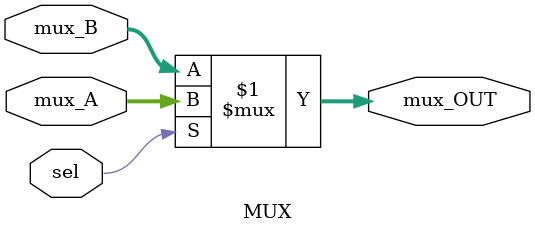
<source format=v>
module MUX
#(parameter  width = 32)
(
    input    wire   [width-1:0]mux_A,mux_B,
    input    wire   sel,
    output   wire   [width-1:0]mux_OUT
);
 
assign mux_OUT = (sel)? mux_A:mux_B;

endmodule
</source>
